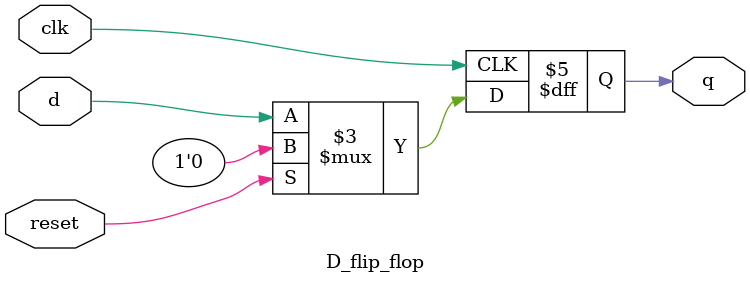
<source format=v>

module D_flip_flop(
input d, clk, reset,
output reg q
    );
    always@(posedge clk)begin
    if (reset)
        q<=1'b0;
    else
        q<=d;
    end

endmodule

</source>
